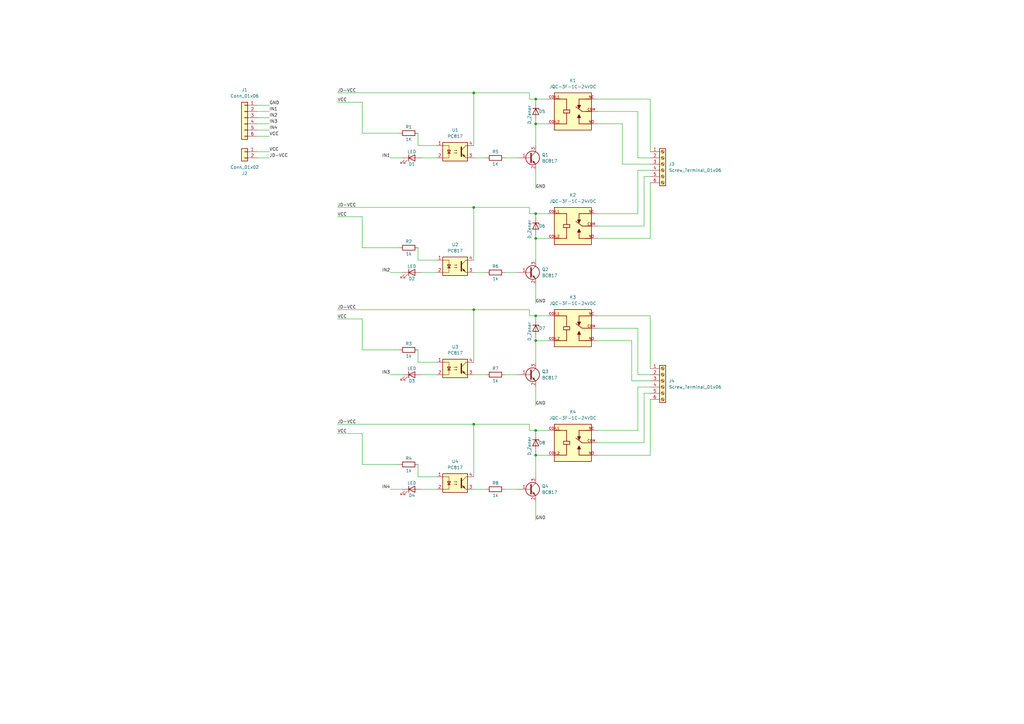
<source format=kicad_sch>
(kicad_sch (version 20211123) (generator eeschema)
  (paper "A3")
  (lib_symbols
    (symbol "RelayModule:BC817" (pin_names (offset 0) hide)
      (property "Reference" "Q" (at 5.08 1.905 0))
      (property "Value" "BC817" (at 5.08 0 0))
      (symbol "BC817_0_1"
        (polyline (pts (xy 0.635 0.635) (xy 2.54 2.54)))
        (polyline (pts (xy 0.635 -0.635) (xy 2.54 -2.54) (xy 2.54 -2.54)))
        (polyline (pts (xy 0.635 1.905) (xy 0.635 -1.905) (xy 0.635 -1.905)) (stroke (width 0.508)))
        (polyline (pts (xy 1.27 -1.778) (xy 1.778 -1.27) (xy 2.286 -2.286) (xy 1.27 -1.778) (xy 1.27 -1.778)) (fill (type outline)))
        (circle (center 1.27 0) (radius 2.8194) (stroke (width 0.254)))
      )
      (symbol "BC817_1_1"
        (pin input line (at -5.08 0 0) (length 5.715) (name "B") (number "1"))
        (pin passive line (at 2.54 -5.08 90) (length 2.54) (name "E") (number "2"))
        (pin passive line (at 2.54 5.08 270) (length 2.54) (name "C") (number "3"))
      )
    )
    (symbol "RelayModule:Conn_01x02" (pin_names (offset 1.016) hide)
      (property "Reference" "J" (at 0 2.54 0))
      (property "Value" "Conn_01x02" (at 0 -5.08 0))
      (symbol "Conn_01x02_1_1"
        (rectangle (start -1.27 -2.413) (end 0 -2.667) (stroke (width 0.1524)))
        (rectangle (start -1.27 0.127) (end 0 -0.127) (stroke (width 0.1524)))
        (rectangle (start -1.27 1.27) (end 1.27 -3.81) (stroke (width 0.254)) (fill (type background)))
        (pin passive line (at -5.08 0 0) (length 3.81) (name "Pin_1") (number "1"))
        (pin passive line (at -5.08 -2.54 0) (length 3.81) (name "Pin_2") (number "2"))
      )
    )
    (symbol "RelayModule:Conn_01x06" (pin_names (offset 1.016) hide)
      (property "Reference" "J" (at 0 7.62 0))
      (property "Value" "Conn_01x06" (at 0 -10.16 0))
      (symbol "Conn_01x06_1_1"
        (rectangle (start -1.27 -7.493) (end 0 -7.747) (stroke (width 0.1524)))
        (rectangle (start -1.27 -4.953) (end 0 -5.207) (stroke (width 0.1524)))
        (rectangle (start -1.27 -2.413) (end 0 -2.667) (stroke (width 0.1524)))
        (rectangle (start -1.27 0.127) (end 0 -0.127) (stroke (width 0.1524)))
        (rectangle (start -1.27 2.667) (end 0 2.413) (stroke (width 0.1524)))
        (rectangle (start -1.27 5.207) (end 0 4.953) (stroke (width 0.1524)))
        (rectangle (start -1.27 6.35) (end 1.27 -8.89) (stroke (width 0.254)) (fill (type background)))
        (pin passive line (at -5.08 5.08 0) (length 3.81) (name "Pin_1") (number "1"))
        (pin passive line (at -5.08 2.54 0) (length 3.81) (name "Pin_2") (number "2"))
        (pin passive line (at -5.08 0 0) (length 3.81) (name "Pin_3") (number "3"))
        (pin passive line (at -5.08 -2.54 0) (length 3.81) (name "Pin_4") (number "4"))
        (pin passive line (at -5.08 -5.08 0) (length 3.81) (name "Pin_5") (number "5"))
        (pin passive line (at -5.08 -7.62 0) (length 3.81) (name "Pin_6") (number "6"))
      )
    )
    (symbol "RelayModule:D_Zener" (pin_numbers hide) (pin_names (offset 1.016) hide)
      (property "Reference" "D" (at 0 2.54 0))
      (property "Value" "D_Zener" (at 0 -2.54 0))
      (symbol "D_Zener_0_1"
        (polyline (pts (xy 1.27 0) (xy -1.27 0)))
        (polyline (pts (xy -1.27 -1.27) (xy -1.27 1.27) (xy -0.762 1.27)) (stroke (width 0.254)))
        (polyline (pts (xy 1.27 -1.27) (xy 1.27 1.27) (xy -1.27 0) (xy 1.27 -1.27)) (stroke (width 0.254)))
      )
      (symbol "D_Zener_1_1"
        (pin passive line (at -3.81 0 0) (length 2.54) (name "K") (number "1"))
        (pin passive line (at 3.81 0 180) (length 2.54) (name "A") (number "2"))
      )
    )
    (symbol "RelayModule:JQC-3F-1C-24VDC" (pin_names (offset 1.016))
      (property "Reference" "K" (at -7.62 8.89 0))
      (property "Value" "JQC-3F-1C-24VDC" (at -7.62 -10.16 0))
      (symbol "JQC-3F-1C-24VDC_0_0"
        (rectangle (start -7.62 -7.62) (end 7.62 7.62) (stroke (width 0.254)) (fill (type background)))
        (polyline (pts (xy -7.62 -5.08) (xy -2.54 -5.08)) (stroke (width 0.254)))
        (polyline (pts (xy -7.62 5.08) (xy -2.54 5.08)) (stroke (width 0.254)))
        (polyline (pts (xy -3.81 -0.635) (xy -3.81 0.635)) (stroke (width 0.254)))
        (polyline (pts (xy -3.81 0.635) (xy -2.54 0.635)) (stroke (width 0.254)))
        (polyline (pts (xy -2.54 -0.635) (xy -3.81 -0.635)) (stroke (width 0.254)))
        (polyline (pts (xy -2.54 -0.635) (xy -2.54 -5.08)) (stroke (width 0.254)))
        (polyline (pts (xy -2.54 0.635) (xy -1.27 0.635)) (stroke (width 0.254)))
        (polyline (pts (xy -2.54 5.08) (xy -2.54 0.635)) (stroke (width 0.254)))
        (polyline (pts (xy -1.27 -0.635) (xy -2.54 -0.635)) (stroke (width 0.254)))
        (polyline (pts (xy -1.27 0.635) (xy -1.27 -0.635)) (stroke (width 0.254)))
        (polyline (pts (xy 2.54 -5.08) (xy 2.54 -2.54)) (stroke (width 0.254)))
        (polyline (pts (xy 2.54 5.08) (xy 2.54 2.54)) (stroke (width 0.254)))
        (polyline (pts (xy 2.54 5.08) (xy 7.62 5.08)) (stroke (width 0.254)))
        (polyline (pts (xy 3.81 0) (xy 1.27 1.905)) (stroke (width 0.254)))
        (polyline (pts (xy 7.62 -5.08) (xy 2.54 -5.08)) (stroke (width 0.254)))
        (polyline (pts (xy 7.62 0) (xy 3.81 0)) (stroke (width 0.254)))
        (polyline (pts (xy 1.905 -2.54) (xy 3.175 -2.54) (xy 2.54 -1.27) (xy 1.905 -2.54)) (stroke (width 0.254)) (fill (type outline)))
        (polyline (pts (xy 3.175 2.54) (xy 1.905 2.54) (xy 2.54 1.27) (xy 3.175 2.54)) (stroke (width 0.254)) (fill (type outline)))
        (pin passive line (at -10.16 5.08 0) (length 5.08) (name "~") (number "COIL1"))
        (pin passive line (at -10.16 -5.08 0) (length 5.08) (name "~") (number "COIL2"))
        (pin passive line (at 10.16 0 180) (length 5.08) (name "~") (number "COM"))
        (pin passive line (at 10.16 5.08 180) (length 5.08) (name "~") (number "NC"))
        (pin passive line (at 10.16 -5.08 180) (length 5.08) (name "~") (number "NO"))
      )
    )
    (symbol "RelayModule:LED" (pin_numbers hide) (pin_names (offset 1.016) hide)
      (property "Reference" "D" (at 0 2.54 0))
      (property "Value" "LED" (at 0 -2.54 0))
      (symbol "LED_0_1"
        (polyline (pts (xy -1.27 -1.27) (xy -1.27 1.27)) (stroke (width 0.254)))
        (polyline (pts (xy -1.27 0) (xy 1.27 0)))
        (polyline (pts (xy 1.27 -1.27) (xy 1.27 1.27) (xy -1.27 0) (xy 1.27 -1.27)) (stroke (width 0.254)))
        (polyline (pts (xy -3.048 -0.762) (xy -4.572 -2.286) (xy -3.81 -2.286) (xy -4.572 -2.286) (xy -4.572 -1.524)))
        (polyline (pts (xy -1.778 -0.762) (xy -3.302 -2.286) (xy -2.54 -2.286) (xy -3.302 -2.286) (xy -3.302 -1.524)))
      )
      (symbol "LED_1_1"
        (pin passive line (at -3.81 0 0) (length 2.54) (name "K") (number "1"))
        (pin passive line (at 3.81 0 180) (length 2.54) (name "A") (number "2"))
      )
    )
    (symbol "RelayModule:PC817" (pin_names (offset 1.016))
      (property "Reference" "U" (at -5.08 5.08 0))
      (property "Value" "PC817" (at 0 5.08 0))
      (symbol "PC817_0_1"
        (rectangle (start -5.08 3.81) (end 5.08 -3.81) (stroke (width 0.254)) (fill (type background)))
        (polyline (pts (xy -3.175 -0.635) (xy -1.905 -0.635)) (stroke (width 0.254)))
        (polyline (pts (xy 2.54 0.635) (xy 4.445 2.54)))
        (polyline (pts (xy 4.445 -2.54) (xy 2.54 -0.635)) (fill (type outline)))
        (polyline (pts (xy 4.445 -2.54) (xy 5.08 -2.54)))
        (polyline (pts (xy 4.445 2.54) (xy 5.08 2.54)))
        (polyline (pts (xy -5.08 2.54) (xy -2.54 2.54) (xy -2.54 -0.635)))
        (polyline (pts (xy -2.54 -0.635) (xy -2.54 -2.54) (xy -5.08 -2.54)))
        (polyline (pts (xy 2.54 1.905) (xy 2.54 -1.905) (xy 2.54 -1.905)) (stroke (width 0.508)))
        (polyline (pts (xy -2.54 -0.635) (xy -3.175 0.635) (xy -1.905 0.635) (xy -2.54 -0.635)) (stroke (width 0.254)))
        (polyline (pts (xy -0.508 -0.508) (xy 0.762 -0.508) (xy 0.381 -0.635) (xy 0.381 -0.381) (xy 0.762 -0.508)))
        (polyline (pts (xy -0.508 0.508) (xy 0.762 0.508) (xy 0.381 0.381) (xy 0.381 0.635) (xy 0.762 0.508)))
        (polyline (pts (xy 3.048 -1.651) (xy 3.556 -1.143) (xy 4.064 -2.159) (xy 3.048 -1.651) (xy 3.048 -1.651)) (fill (type outline)))
      )
      (symbol "PC817_1_1"
        (pin passive line (at -7.62 2.54 0) (length 2.54) (name "~") (number "1"))
        (pin passive line (at -7.62 -2.54 0) (length 2.54) (name "~") (number "2"))
        (pin passive line (at 7.62 -2.54 180) (length 2.54) (name "~") (number "3"))
        (pin passive line (at 7.62 2.54 180) (length 2.54) (name "~") (number "4"))
      )
    )
    (symbol "RelayModule:R" (pin_numbers hide) (pin_names (offset 0))
      (property "Reference" "R" (at 2.032 0 90))
      (property "Value" "R" (at 0 0 90))
      (symbol "R_0_1"
        (rectangle (start -1.016 -2.54) (end 1.016 2.54) (stroke (width 0.254)))
      )
      (symbol "R_1_1"
        (pin passive line (at 0 3.81 270) (length 1.27) (name "~") (number "1"))
        (pin passive line (at 0 -3.81 90) (length 1.27) (name "~") (number "2"))
      )
    )
    (symbol "RelayModule:Screw_Terminal_01x06" (pin_names (offset 1.016) hide)
      (property "Reference" "J" (at 0 7.62 0))
      (property "Value" "Screw_Terminal_01x06" (at 0 -10.16 0))
      (symbol "Screw_Terminal_01x06_1_1"
        (rectangle (start -1.27 6.35) (end 1.27 -8.89) (stroke (width 0.254)) (fill (type background)))
        (circle (center 0 -7.62) (radius 0.635) (stroke (width 0.1524)))
        (circle (center 0 -5.08) (radius 0.635) (stroke (width 0.1524)))
        (circle (center 0 -2.54) (radius 0.635) (stroke (width 0.1524)))
        (polyline (pts (xy -0.5334 -7.2898) (xy 0.3302 -8.128)) (stroke (width 0.1524)))
        (polyline (pts (xy -0.5334 -4.7498) (xy 0.3302 -5.588)) (stroke (width 0.1524)))
        (polyline (pts (xy -0.5334 -2.2098) (xy 0.3302 -3.048)) (stroke (width 0.1524)))
        (polyline (pts (xy -0.5334 0.3302) (xy 0.3302 -0.508)) (stroke (width 0.1524)))
        (polyline (pts (xy -0.5334 2.8702) (xy 0.3302 2.032)) (stroke (width 0.1524)))
        (polyline (pts (xy -0.5334 5.4102) (xy 0.3302 4.572)) (stroke (width 0.1524)))
        (polyline (pts (xy -0.3556 -7.112) (xy 0.508 -7.9502)) (stroke (width 0.1524)))
        (polyline (pts (xy -0.3556 -4.572) (xy 0.508 -5.4102)) (stroke (width 0.1524)))
        (polyline (pts (xy -0.3556 -2.032) (xy 0.508 -2.8702)) (stroke (width 0.1524)))
        (polyline (pts (xy -0.3556 0.508) (xy 0.508 -0.3302)) (stroke (width 0.1524)))
        (polyline (pts (xy -0.3556 3.048) (xy 0.508 2.2098)) (stroke (width 0.1524)))
        (polyline (pts (xy -0.3556 5.588) (xy 0.508 4.7498)) (stroke (width 0.1524)))
        (circle (center 0 0) (radius 0.635) (stroke (width 0.1524)))
        (circle (center 0 2.54) (radius 0.635) (stroke (width 0.1524)))
        (circle (center 0 5.08) (radius 0.635) (stroke (width 0.1524)))
        (pin passive line (at -5.08 5.08 0) (length 3.81) (name "Pin_1") (number "1"))
        (pin passive line (at -5.08 2.54 0) (length 3.81) (name "Pin_2") (number "2"))
        (pin passive line (at -5.08 0 0) (length 3.81) (name "Pin_3") (number "3"))
        (pin passive line (at -5.08 -2.54 0) (length 3.81) (name "Pin_4") (number "4"))
        (pin passive line (at -5.08 -5.08 0) (length 3.81) (name "Pin_5") (number "5"))
        (pin passive line (at -5.08 -7.62 0) (length 3.81) (name "Pin_6") (number "6"))
      )
    )
  )
  (junction (at 219.71 186.69))
  (junction (at 194.31 85.09))
  (junction (at 194.31 127))
  (junction (at 194.31 38.1))
  (junction (at 219.71 176.53))
  (junction (at 219.71 129.54))
  (junction (at 219.71 50.8))
  (junction (at 219.71 40.64))
  (junction (at 219.71 139.7))
  (junction (at 219.71 87.63))
  (junction (at 219.71 97.79))
  (junction (at 194.31 173.99))
  (wire (pts (xy 219.71 96.52) (xy 219.71 97.79)))
  (wire (pts (xy 110.49 43.18) (xy 105.41 43.18)))
  (wire (pts (xy 110.49 55.88) (xy 105.41 55.88)))
  (wire (pts (xy 245.11 176.53) (xy 261.62 176.53)))
  (wire (pts (xy 224.79 40.64) (xy 219.71 40.64)))
  (wire (pts (xy 261.62 64.77) (xy 261.62 45.72)))
  (wire (pts (xy 217.17 38.1) (xy 194.31 38.1)))
  (wire (pts (xy 160.02 111.76) (xy 165.1 111.76)))
  (wire (pts (xy 110.49 64.77) (xy 105.41 64.77)))
  (wire (pts (xy 261.62 153.67) (xy 266.7 153.67)))
  (wire (pts (xy 245.11 40.64) (xy 266.7 40.64)))
  (wire (pts (xy 245.11 45.72) (xy 261.62 45.72)))
  (wire (pts (xy 199.39 153.67) (xy 194.31 153.67)))
  (wire (pts (xy 163.83 54.61) (xy 148.59 54.61)))
  (wire (pts (xy 245.11 186.69) (xy 266.7 186.69)))
  (wire (pts (xy 160.02 64.77) (xy 165.1 64.77)))
  (wire (pts (xy 219.71 129.54) (xy 219.71 130.81)))
  (wire (pts (xy 224.79 129.54) (xy 219.71 129.54)))
  (wire (pts (xy 148.59 130.81) (xy 148.59 143.51)))
  (wire (pts (xy 266.7 40.64) (xy 266.7 62.23)))
  (wire (pts (xy 217.17 176.53) (xy 217.17 173.99)))
  (wire (pts (xy 171.45 148.59) (xy 179.07 148.59)))
  (wire (pts (xy 219.71 106.68) (xy 219.71 97.79)))
  (wire (pts (xy 261.62 134.62) (xy 261.62 153.67)))
  (wire (pts (xy 264.16 161.29) (xy 266.7 161.29)))
  (wire (pts (xy 245.11 134.62) (xy 261.62 134.62)))
  (wire (pts (xy 264.16 161.29) (xy 264.16 181.61)))
  (wire (pts (xy 172.72 153.67) (xy 179.07 153.67)))
  (wire (pts (xy 219.71 138.43) (xy 219.71 139.7)))
  (wire (pts (xy 194.31 59.69) (xy 194.31 38.1)))
  (wire (pts (xy 207.01 64.77) (xy 212.09 64.77)))
  (wire (pts (xy 266.7 129.54) (xy 266.7 151.13)))
  (wire (pts (xy 138.43 173.99) (xy 194.31 173.99)))
  (wire (pts (xy 266.7 74.93) (xy 266.7 97.79)))
  (wire (pts (xy 245.11 50.8) (xy 255.27 50.8)))
  (wire (pts (xy 255.27 50.8) (xy 255.27 67.31)))
  (wire (pts (xy 219.71 176.53) (xy 219.71 177.8)))
  (wire (pts (xy 219.71 176.53) (xy 217.17 176.53)))
  (wire (pts (xy 245.11 139.7) (xy 259.08 139.7)))
  (wire (pts (xy 138.43 88.9) (xy 148.59 88.9)))
  (wire (pts (xy 266.7 97.79) (xy 245.11 97.79)))
  (wire (pts (xy 219.71 124.46) (xy 219.71 116.84)))
  (wire (pts (xy 245.11 92.71) (xy 264.16 92.71)))
  (wire (pts (xy 148.59 41.91) (xy 148.59 54.61)))
  (wire (pts (xy 148.59 177.8) (xy 148.59 190.5)))
  (wire (pts (xy 207.01 153.67) (xy 212.09 153.67)))
  (wire (pts (xy 171.45 54.61) (xy 171.45 59.69)))
  (wire (pts (xy 219.71 148.59) (xy 219.71 139.7)))
  (wire (pts (xy 219.71 129.54) (xy 217.17 129.54)))
  (wire (pts (xy 163.83 190.5) (xy 148.59 190.5)))
  (wire (pts (xy 219.71 87.63) (xy 219.71 88.9)))
  (wire (pts (xy 266.7 186.69) (xy 266.7 163.83)))
  (wire (pts (xy 261.62 158.75) (xy 266.7 158.75)))
  (wire (pts (xy 110.49 48.26) (xy 105.41 48.26)))
  (wire (pts (xy 217.17 87.63) (xy 217.17 85.09)))
  (wire (pts (xy 172.72 64.77) (xy 179.07 64.77)))
  (wire (pts (xy 110.49 50.8) (xy 105.41 50.8)))
  (wire (pts (xy 264.16 92.71) (xy 264.16 72.39)))
  (wire (pts (xy 219.71 139.7) (xy 224.79 139.7)))
  (wire (pts (xy 163.83 143.51) (xy 148.59 143.51)))
  (wire (pts (xy 219.71 186.69) (xy 224.79 186.69)))
  (wire (pts (xy 219.71 166.37) (xy 219.71 158.75)))
  (wire (pts (xy 217.17 40.64) (xy 217.17 38.1)))
  (wire (pts (xy 217.17 127) (xy 194.31 127)))
  (wire (pts (xy 194.31 148.59) (xy 194.31 127)))
  (wire (pts (xy 199.39 64.77) (xy 194.31 64.77)))
  (wire (pts (xy 171.45 143.51) (xy 171.45 148.59)))
  (wire (pts (xy 219.71 40.64) (xy 219.71 41.91)))
  (wire (pts (xy 219.71 59.69) (xy 219.71 50.8)))
  (wire (pts (xy 261.62 87.63) (xy 261.62 69.85)))
  (wire (pts (xy 219.71 50.8) (xy 224.79 50.8)))
  (wire (pts (xy 138.43 38.1) (xy 194.31 38.1)))
  (wire (pts (xy 110.49 45.72) (xy 105.41 45.72)))
  (wire (pts (xy 219.71 213.36) (xy 219.71 205.74)))
  (wire (pts (xy 219.71 87.63) (xy 217.17 87.63)))
  (wire (pts (xy 264.16 181.61) (xy 245.11 181.61)))
  (wire (pts (xy 171.45 59.69) (xy 179.07 59.69)))
  (wire (pts (xy 219.71 195.58) (xy 219.71 186.69)))
  (wire (pts (xy 171.45 195.58) (xy 179.07 195.58)))
  (wire (pts (xy 219.71 40.64) (xy 217.17 40.64)))
  (wire (pts (xy 138.43 85.09) (xy 194.31 85.09)))
  (wire (pts (xy 138.43 130.81) (xy 148.59 130.81)))
  (wire (pts (xy 261.62 69.85) (xy 266.7 69.85)))
  (wire (pts (xy 172.72 111.76) (xy 179.07 111.76)))
  (wire (pts (xy 217.17 85.09) (xy 194.31 85.09)))
  (wire (pts (xy 148.59 88.9) (xy 148.59 101.6)))
  (wire (pts (xy 172.72 200.66) (xy 179.07 200.66)))
  (wire (pts (xy 199.39 111.76) (xy 194.31 111.76)))
  (wire (pts (xy 259.08 156.21) (xy 266.7 156.21)))
  (wire (pts (xy 138.43 127) (xy 194.31 127)))
  (wire (pts (xy 171.45 190.5) (xy 171.45 195.58)))
  (wire (pts (xy 219.71 185.42) (xy 219.71 186.69)))
  (wire (pts (xy 138.43 177.8) (xy 148.59 177.8)))
  (wire (pts (xy 207.01 111.76) (xy 212.09 111.76)))
  (wire (pts (xy 224.79 87.63) (xy 219.71 87.63)))
  (wire (pts (xy 163.83 101.6) (xy 148.59 101.6)))
  (wire (pts (xy 217.17 173.99) (xy 194.31 173.99)))
  (wire (pts (xy 110.49 53.34) (xy 105.41 53.34)))
  (wire (pts (xy 160.02 200.66) (xy 165.1 200.66)))
  (wire (pts (xy 171.45 101.6) (xy 171.45 106.68)))
  (wire (pts (xy 245.11 87.63) (xy 261.62 87.63)))
  (wire (pts (xy 219.71 97.79) (xy 224.79 97.79)))
  (wire (pts (xy 171.45 106.68) (xy 179.07 106.68)))
  (wire (pts (xy 138.43 41.91) (xy 148.59 41.91)))
  (wire (pts (xy 219.71 77.47) (xy 219.71 69.85)))
  (wire (pts (xy 160.02 153.67) (xy 165.1 153.67)))
  (wire (pts (xy 194.31 195.58) (xy 194.31 173.99)))
  (wire (pts (xy 199.39 200.66) (xy 194.31 200.66)))
  (wire (pts (xy 266.7 64.77) (xy 261.62 64.77)))
  (wire (pts (xy 264.16 72.39) (xy 266.7 72.39)))
  (wire (pts (xy 259.08 139.7) (xy 259.08 156.21)))
  (wire (pts (xy 219.71 49.53) (xy 219.71 50.8)))
  (wire (pts (xy 224.79 176.53) (xy 219.71 176.53)))
  (wire (pts (xy 207.01 200.66) (xy 212.09 200.66)))
  (wire (pts (xy 217.17 129.54) (xy 217.17 127)))
  (wire (pts (xy 255.27 67.31) (xy 266.7 67.31)))
  (wire (pts (xy 194.31 106.68) (xy 194.31 85.09)))
  (wire (pts (xy 261.62 176.53) (xy 261.62 158.75)))
  (wire (pts (xy 245.11 129.54) (xy 266.7 129.54)))
  (wire (pts (xy 110.49 62.23) (xy 105.41 62.23)))
  (label "IN3" (at 160.02 153.67 180))
  (label "IN1" (at 110.49 45.72 0))
  (label "JD-VCC" (at 138.43 173.99 0))
  (label "JD-VCC" (at 138.43 38.1 0))
  (label "IN3" (at 110.49 50.8 0))
  (label "JD-VCC" (at 138.43 85.09 0))
  (label "VCC" (at 110.49 55.88 0))
  (label "IN2" (at 160.02 111.76 180))
  (label "GND" (at 219.71 213.36 0))
  (label "GND" (at 219.71 166.37 0))
  (label "IN4" (at 110.49 53.34 0))
  (label "JD-VCC" (at 110.49 64.77 0))
  (label "IN1" (at 160.02 64.77 180))
  (label "GND" (at 110.49 43.18 0))
  (label "VCC" (at 138.43 41.91 0))
  (label "VCC" (at 138.43 88.9 0))
  (label "IN2" (at 110.49 48.26 0))
  (label "GND" (at 219.71 124.46 0))
  (label "VCC" (at 138.43 177.8 0))
  (label "IN4" (at 160.02 200.66 180))
  (label "GND" (at 219.71 77.47 0))
  (label "JD-VCC" (at 138.43 127 0))
  (label "VCC" (at 138.43 130.81 0))
  (label "VCC" (at 110.49 62.23 0))
  (symbol (lib_id "RelayModule:D_Zener") (at 219.71 45.72 270) (unit 1)
    (property "Reference" "D5" (at 220.98 45.72 90) (effects (justify left)))
    (property "Value" "D_Zener" (at 217.17 43.18 0) (effects (justify left)))
    (property "Footprint" "Footprint:Nexperia_CFP3_SOD-123W" (effects hide))
  )
  (symbol (lib_id "RelayModule:JQC-3F-1C-24VDC") (at 234.95 45.72 0) (unit 1)
    (property "Reference" "K1" (at 234.95 33.02 0))
    (property "Value" "JQC-3F-1C-24VDC" (at 234.95 35.56 0))
    (property "Footprint" "Footprint:RELAY_JQC-3F-1C-24VDC" (effects hide))
    (property "MANUFACTURER" "YUEQING HENGWEI ELECTRONICS CO.,LTD." (effects hide))
    (property "PARTREV" "N/A" (effects hide))
    (property "STANDARD" "Manufacturer Recommendations" (effects hide))
    (property "MAXIMUM_PACKAGE_HEIGHT" "15.5 mm" (effects hide))
  )
  (symbol (lib_id "RelayModule:R") (at 167.64 54.61 90) (unit 1)
    (property "Reference" "R1" (at 167.64 52.07 90))
    (property "Value" "1K" (at 167.64 57.15 90))
    (property "Footprint" "Footprint:R_0805_2012Metric" (effects hide))
  )
  (symbol (lib_id "RelayModule:BC817") (at 217.17 64.77 0) (unit 1)
    (property "Reference" "Q1" (at 222.25 63.4999 0) (effects (justify left)))
    (property "Value" "BC817" (at 222.25 66.0399 0) (effects (justify left)))
    (property "Footprint" "Package_TO_SOT_SMD:SOT-23" (effects hide))
    (property "Datasheet" "https://www.onsemi.com/pub/Collateral/BC818-D.pdf" (effects hide))
  )
  (symbol (lib_id "RelayModule:JQC-3F-1C-24VDC") (at 234.95 181.61 0) (unit 1)
    (property "Reference" "K4" (at 234.95 168.91 0))
    (property "Value" "JQC-3F-1C-24VDC" (at 234.95 171.45 0))
    (property "Footprint" "Footprint:RELAY_JQC-3F-1C-24VDC" (effects hide))
    (property "MANUFACTURER" "YUEQING HENGWEI ELECTRONICS CO.,LTD." (effects hide))
    (property "PARTREV" "N/A" (effects hide))
    (property "STANDARD" "Manufacturer Recommendations" (effects hide))
    (property "MAXIMUM_PACKAGE_HEIGHT" "15.5 mm" (effects hide))
  )
  (symbol (lib_id "RelayModule:Screw_Terminal_01x06") (at 271.78 67.31 0) (unit 1)
    (property "Reference" "J3" (at 274.32 67.3099 0) (effects (justify left)))
    (property "Value" "Screw_Terminal_01x06" (at 274.32 69.8499 0) (effects (justify left)))
    (property "Footprint" "Footprint:TerminalBlock_RND_205-00016_1x06_P5.00mm_Horizontal" (effects hide))
  )
  (symbol (lib_id "RelayModule:BC817") (at 217.17 200.66 0) (unit 1)
    (property "Reference" "Q4" (at 222.25 199.3899 0) (effects (justify left)))
    (property "Value" "BC817" (at 222.25 201.9299 0) (effects (justify left)))
    (property "Footprint" "Package_TO_SOT_SMD:SOT-23" (effects hide))
    (property "Datasheet" "https://www.onsemi.com/pub/Collateral/BC818-D.pdf" (effects hide))
  )
  (symbol (lib_id "RelayModule:LED") (at 168.91 200.66 0) (unit 1)
    (property "Reference" "D4" (at 168.91 203.2 0))
    (property "Value" "LED" (at 168.91 198.12 0))
    (property "Footprint" "Footprint:LED_0805_2012Metric" (effects hide))
  )
  (symbol (lib_id "RelayModule:BC817") (at 217.17 111.76 0) (unit 1)
    (property "Reference" "Q2" (at 222.25 110.4899 0) (effects (justify left)))
    (property "Value" "BC817" (at 222.25 113.0299 0) (effects (justify left)))
    (property "Footprint" "Package_TO_SOT_SMD:SOT-23" (effects hide))
    (property "Datasheet" "https://www.onsemi.com/pub/Collateral/BC818-D.pdf" (effects hide))
  )
  (symbol (lib_id "RelayModule:JQC-3F-1C-24VDC") (at 234.95 134.62 0) (unit 1)
    (property "Reference" "K3" (at 234.95 121.92 0))
    (property "Value" "JQC-3F-1C-24VDC" (at 234.95 124.46 0))
    (property "Footprint" "Footprint:RELAY_JQC-3F-1C-24VDC" (effects hide))
    (property "MANUFACTURER" "YUEQING HENGWEI ELECTRONICS CO.,LTD." (effects hide))
    (property "PARTREV" "N/A" (effects hide))
    (property "STANDARD" "Manufacturer Recommendations" (effects hide))
    (property "MAXIMUM_PACKAGE_HEIGHT" "15.5 mm" (effects hide))
  )
  (symbol (lib_id "RelayModule:Conn_01x02") (at 100.33 62.23 0) (mirror y) (unit 1)
    (property "Reference" "J2" (at 100.33 71.12 0))
    (property "Value" "Conn_01x02" (at 100.33 68.58 0))
    (property "Footprint" "Footprint:PinHeader_1x02_P2.54mm_Vertical" (effects hide))
  )
  (symbol (lib_id "RelayModule:R") (at 167.64 143.51 90) (unit 1)
    (property "Reference" "R3" (at 167.64 140.97 90))
    (property "Value" "1k" (at 167.64 146.05 90))
    (property "Footprint" "Footprint:R_0805_2012Metric" (effects hide))
  )
  (symbol (lib_id "RelayModule:BC817") (at 217.17 153.67 0) (unit 1)
    (property "Reference" "Q3" (at 222.25 152.3999 0) (effects (justify left)))
    (property "Value" "BC817" (at 222.25 154.9399 0) (effects (justify left)))
    (property "Footprint" "Package_TO_SOT_SMD:SOT-23" (effects hide))
    (property "Datasheet" "https://www.onsemi.com/pub/Collateral/BC818-D.pdf" (effects hide))
  )
  (symbol (lib_id "RelayModule:Screw_Terminal_01x06") (at 271.78 156.21 0) (unit 1)
    (property "Reference" "J4" (at 274.32 156.2099 0) (effects (justify left)))
    (property "Value" "Screw_Terminal_01x06" (at 274.32 158.7499 0) (effects (justify left)))
    (property "Footprint" "Footprint:TerminalBlock_RND_205-00016_1x06_P5.00mm_Horizontal" (effects hide))
  )
  (symbol (lib_id "RelayModule:LED") (at 168.91 111.76 0) (unit 1)
    (property "Reference" "D2" (at 168.91 114.3 0))
    (property "Value" "LED" (at 168.91 109.22 0))
    (property "Footprint" "Footprint:LED_0805_2012Metric" (effects hide))
  )
  (symbol (lib_id "RelayModule:R") (at 203.2 111.76 90) (unit 1)
    (property "Reference" "R6" (at 203.2 109.22 90))
    (property "Value" "1k" (at 203.2 114.3 90))
    (property "Footprint" "Footprint:R_0805_2012Metric" (effects hide))
  )
  (symbol (lib_id "RelayModule:R") (at 203.2 153.67 90) (unit 1)
    (property "Reference" "R7" (at 203.2 151.13 90))
    (property "Value" "1k" (at 203.2 156.21 90))
    (property "Footprint" "Footprint:R_0805_2012Metric" (effects hide))
  )
  (symbol (lib_id "RelayModule:LED") (at 168.91 153.67 0) (unit 1)
    (property "Reference" "D3" (at 168.91 156.21 0))
    (property "Value" "LED" (at 168.91 151.13 0))
    (property "Footprint" "Footprint:LED_0805_2012Metric" (effects hide))
  )
  (symbol (lib_id "RelayModule:PC817") (at 186.69 198.12 0) (unit 1)
    (property "Reference" "U4" (at 186.69 189.23 0))
    (property "Value" "PC817" (at 186.69 191.77 0))
    (property "Footprint" "Footprint:SOIC254P1016X390-4N" (effects hide))
    (property "Datasheet" "http://www.soselectronic.cz/a_info/resource/d/pc817.pdf" (effects hide))
  )
  (symbol (lib_id "RelayModule:R") (at 203.2 200.66 90) (unit 1)
    (property "Reference" "R8" (at 203.2 198.12 90))
    (property "Value" "1k" (at 203.2 203.2 90))
    (property "Footprint" "Footprint:R_0805_2012Metric" (effects hide))
  )
  (symbol (lib_id "RelayModule:PC817") (at 186.69 109.22 0) (unit 1)
    (property "Reference" "U2" (at 186.69 100.33 0))
    (property "Value" "PC817" (at 186.69 102.87 0))
    (property "Footprint" "Footprint:SOIC254P1016X390-4N" (effects hide))
    (property "Datasheet" "http://www.soselectronic.cz/a_info/resource/d/pc817.pdf" (effects hide))
  )
  (symbol (lib_id "RelayModule:Conn_01x06") (at 100.33 48.26 0) (mirror y) (unit 1)
    (property "Reference" "J1" (at 100.33 36.83 0))
    (property "Value" "Conn_01x06" (at 100.33 39.37 0))
    (property "Footprint" "Footprint:PinHeader_1x06_P2.54mm_Vertical" (effects hide))
  )
  (symbol (lib_id "RelayModule:PC817") (at 186.69 62.23 0) (unit 1)
    (property "Reference" "U1" (at 186.69 53.34 0))
    (property "Value" "PC817" (at 186.69 55.88 0))
    (property "Footprint" "Footprint:SOIC254P1016X390-4N" (effects hide))
    (property "Datasheet" "http://www.soselectronic.cz/a_info/resource/d/pc817.pdf" (effects hide))
  )
  (symbol (lib_id "RelayModule:R") (at 167.64 190.5 90) (unit 1)
    (property "Reference" "R4" (at 167.64 187.96 90))
    (property "Value" "1k" (at 167.64 193.04 90))
    (property "Footprint" "Footprint:R_0805_2012Metric" (effects hide))
  )
  (symbol (lib_id "RelayModule:D_Zener") (at 219.71 181.61 270) (unit 1)
    (property "Reference" "D8" (at 220.98 181.61 90) (effects (justify left)))
    (property "Value" "D_Zener" (at 217.17 179.07 0) (effects (justify left)))
    (property "Footprint" "Footprint:Nexperia_CFP3_SOD-123W" (effects hide))
  )
  (symbol (lib_id "RelayModule:R") (at 167.64 101.6 90) (unit 1)
    (property "Reference" "R2" (at 167.64 99.06 90))
    (property "Value" "1k" (at 167.64 104.14 90))
    (property "Footprint" "Footprint:R_0805_2012Metric" (effects hide))
  )
  (symbol (lib_id "RelayModule:R") (at 203.2 64.77 90) (unit 1)
    (property "Reference" "R5" (at 203.2 62.23 90))
    (property "Value" "1K" (at 203.2 67.31 90))
    (property "Footprint" "Footprint:R_0805_2012Metric" (effects hide))
  )
  (symbol (lib_id "RelayModule:PC817") (at 186.69 151.13 0) (unit 1)
    (property "Reference" "U3" (at 186.69 142.24 0))
    (property "Value" "PC817" (at 186.69 144.78 0))
    (property "Footprint" "Footprint:SOIC254P1016X390-4N" (effects hide))
    (property "Datasheet" "http://www.soselectronic.cz/a_info/resource/d/pc817.pdf" (effects hide))
  )
  (symbol (lib_id "RelayModule:LED") (at 168.91 64.77 0) (unit 1)
    (property "Reference" "D1" (at 168.91 67.31 0))
    (property "Value" "LED" (at 168.91 62.23 0))
    (property "Footprint" "Footprint:LED_0805_2012Metric" (effects hide))
  )
  (symbol (lib_id "RelayModule:D_Zener") (at 219.71 92.71 270) (unit 1)
    (property "Reference" "D6" (at 220.98 92.71 90) (effects (justify left)))
    (property "Value" "D_Zener" (at 217.17 90.17 0) (effects (justify left)))
    (property "Footprint" "Footprint:Nexperia_CFP3_SOD-123W" (effects hide))
  )
  (symbol (lib_id "RelayModule:D_Zener") (at 219.71 134.62 270) (unit 1)
    (property "Reference" "D7" (at 220.98 134.62 90) (effects (justify left)))
    (property "Value" "D_Zener" (at 217.17 132.08 0) (effects (justify left)))
    (property "Footprint" "Footprint:Nexperia_CFP3_SOD-123W" (effects hide))
  )
  (symbol (lib_id "RelayModule:JQC-3F-1C-24VDC") (at 234.95 92.71 0) (unit 1)
    (property "Reference" "K2" (at 234.95 80.01 0))
    (property "Value" "JQC-3F-1C-24VDC" (at 234.95 82.55 0))
    (property "Footprint" "Footprint:RELAY_JQC-3F-1C-24VDC" (effects hide))
    (property "MANUFACTURER" "YUEQING HENGWEI ELECTRONICS CO.,LTD." (effects hide))
    (property "PARTREV" "N/A" (effects hide))
    (property "STANDARD" "Manufacturer Recommendations" (effects hide))
    (property "MAXIMUM_PACKAGE_HEIGHT" "15.5 mm" (effects hide))
  )
)
</source>
